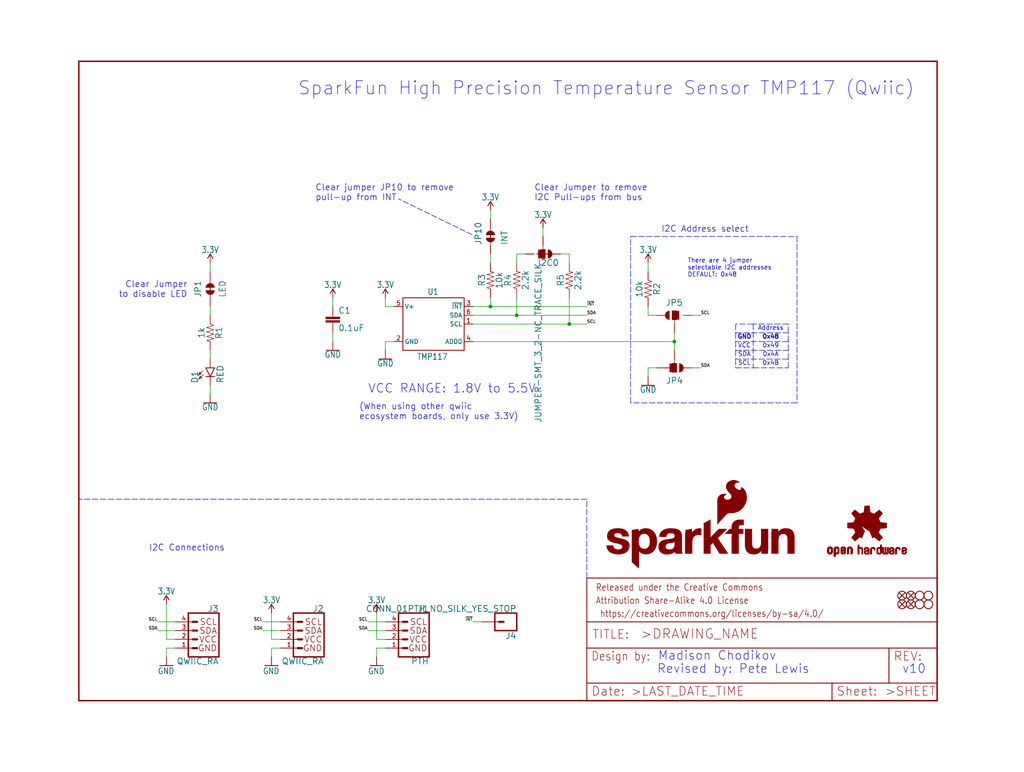
<source format=kicad_sch>
(kicad_sch (version 20211123) (generator eeschema)
  (paper "User" 297.002 223.926)
  (lib_symbols
    (symbol "eagleSchem-eagle-import:0.1UF-0603-25V-(+80{slash}-20%)"
      (property "Reference" "C" (at 1.524 2.921 0))
      (property "Value" "0.1UF-0603-25V-(+80{slash}-20%)" (at 1.524 -2.159 0))
      (symbol "0.1UF-0603-25V-(+80{slash}-20%)_1_0"
        (pin passive line (at 0 5.08 270) (length 2.54) (name "1") (number "1"))
        (pin passive line (at 0 -2.54 90) (length 2.54) (name "2") (number "2"))
      )
    )
    (symbol "eagleSchem-eagle-import:10KOHM-0603-1{slash}10W-1%"
      (property "Reference" "R" (at 0 1.524 0))
      (property "Value" "10KOHM-0603-1{slash}10W-1%" (at 0 -1.524 0))
      (symbol "10KOHM-0603-1{slash}10W-1%_1_0"
        (pin passive line (at -5.08 0 0) (length 2.54) (name "1") (number "1"))
        (pin passive line (at 5.08 0 180) (length 2.54) (name "2") (number "2"))
      )
    )
    (symbol "eagleSchem-eagle-import:1KOHM-0603-1{slash}10W-1%"
      (property "Reference" "R" (at 0 1.524 0))
      (property "Value" "1KOHM-0603-1{slash}10W-1%" (at 0 -1.524 0))
      (symbol "1KOHM-0603-1{slash}10W-1%_1_0"
        (pin passive line (at -5.08 0 0) (length 2.54) (name "1") (number "1"))
        (pin passive line (at 5.08 0 180) (length 2.54) (name "2") (number "2"))
      )
    )
    (symbol "eagleSchem-eagle-import:2.2KOHM-0603-1{slash}10W-1%"
      (property "Reference" "R" (at 0 1.524 0))
      (property "Value" "2.2KOHM-0603-1{slash}10W-1%" (at 0 -1.524 0))
      (symbol "2.2KOHM-0603-1{slash}10W-1%_1_0"
        (pin passive line (at -5.08 0 0) (length 2.54) (name "1") (number "1"))
        (pin passive line (at 5.08 0 180) (length 2.54) (name "2") (number "2"))
      )
    )
    (symbol "eagleSchem-eagle-import:3.3V" (power)
      (property "Value" "3.3V" (at 0 2.794 0))
      (symbol "3.3V_1_0"
        (pin power_in line (at 0 0 90) (length 2.54) (name "3.3V") (number "1"))
      )
    )
    (symbol "eagleSchem-eagle-import:CONN_01PTH_NO_SILK_YES_STOP"
      (property "Reference" "J" (at -2.54 3.048 0))
      (property "Value" "CONN_01PTH_NO_SILK_YES_STOP" (at -2.54 -4.826 0))
      (symbol "CONN_01PTH_NO_SILK_YES_STOP_1_0"
        (pin passive line (at 7.62 0 180) (length 5.08) (name "1") (number "1"))
      )
    )
    (symbol "eagleSchem-eagle-import:FIDUCIALUFIDUCIAL")
    (symbol "eagleSchem-eagle-import:FRAME-LETTER"
      (symbol "FRAME-LETTER_2_0"
        (text " https://creativecommons.org/licenses/by-sa/4.0/" (at 2.54 24.13 0) (effects (font (size 1.9304 1.6408)) (justify left bottom)))
        (text ">DRAWING_NAME" (at 15.494 17.78 0) (effects (font (size 2.7432 2.7432)) (justify left bottom)))
        (text ">LAST_DATE_TIME" (at 12.7 1.27 0) (effects (font (size 2.54 2.54)) (justify left bottom)))
        (text ">SHEET" (at 86.36 1.27 0) (effects (font (size 2.54 2.54)) (justify left bottom)))
        (text "Attribution Share-Alike 4.0 License" (at 2.54 27.94 0) (effects (font (size 1.9304 1.6408)) (justify left bottom)))
        (text "Date:" (at 1.27 1.27 0) (effects (font (size 2.54 2.54)) (justify left bottom)))
        (text "Design by:" (at 1.27 11.43 0) (effects (font (size 2.54 2.159)) (justify left bottom)))
        (text "Released under the Creative Commons" (at 2.54 31.75 0) (effects (font (size 1.9304 1.6408)) (justify left bottom)))
        (text "REV:" (at 88.9 11.43 0) (effects (font (size 2.54 2.54)) (justify left bottom)))
        (text "Sheet:" (at 72.39 1.27 0) (effects (font (size 2.54 2.54)) (justify left bottom)))
        (text "TITLE:" (at 1.524 17.78 0) (effects (font (size 2.54 2.54)) (justify left bottom)))
      )
    )
    (symbol "eagleSchem-eagle-import:GND" (power)
      (property "Value" "GND" (at -2.54 -2.54 0))
      (symbol "GND_1_0"
        (pin power_in line (at 0 2.54 270) (length 2.54) (name "GND") (number "1"))
      )
    )
    (symbol "eagleSchem-eagle-import:I2C_STANDARD_NO_SILK"
      (property "Reference" "J" (at -5.08 7.874 0))
      (property "Value" "I2C_STANDARD_NO_SILK" (at -5.08 -5.334 0))
      (symbol "I2C_STANDARD_NO_SILK_1_0"
        (text "GND" (at -4.572 -2.54 0) (effects (font (size 1.778 1.778)) (justify left)))
        (text "SCL" (at -4.572 5.08 0) (effects (font (size 1.778 1.778)) (justify left)))
        (text "SDA" (at -4.572 2.54 0) (effects (font (size 1.778 1.778)) (justify left)))
        (text "VCC" (at -4.572 0 0) (effects (font (size 1.778 1.778)) (justify left)))
        (pin power_in line (at 7.62 -2.54 180) (length 5.08) (name "1") (number "1"))
        (pin power_in line (at 7.62 0 180) (length 5.08) (name "2") (number "2"))
        (pin passive line (at 7.62 2.54 180) (length 5.08) (name "3") (number "3"))
        (pin passive line (at 7.62 5.08 180) (length 5.08) (name "4") (number "4"))
      )
    )
    (symbol "eagleSchem-eagle-import:JUMPER-SMT_2_NC_TRACE_SILK"
      (property "Reference" "JP" (at -2.54 2.54 0))
      (property "Value" "JUMPER-SMT_2_NC_TRACE_SILK" (at -2.54 -2.54 0))
      (symbol "JUMPER-SMT_2_NC_TRACE_SILK_1_0"
        (pin passive line (at -5.08 0 0) (length 2.54) (name "1") (number "1"))
        (pin passive line (at 5.08 0 180) (length 2.54) (name "2") (number "2"))
      )
    )
    (symbol "eagleSchem-eagle-import:JUMPER-SMT_3_1-NC_TRACE_NO-SILK"
      (property "Reference" "JP" (at 2.54 0.381 0))
      (property "Value" "JUMPER-SMT_3_1-NC_TRACE_NO-SILK" (at 2.54 -0.381 0))
      (symbol "JUMPER-SMT_3_1-NC_TRACE_NO-SILK_1_0"
        (pin passive line (at 0 5.08 270) (length 2.54) (name "1") (number "1"))
        (pin passive line (at -5.08 0 0) (length 2.54) (name "2") (number "2"))
        (pin passive line (at 0 -5.08 90) (length 2.54) (name "3") (number "3"))
      )
    )
    (symbol "eagleSchem-eagle-import:JUMPER-SMT_3_2-NC_TRACE_SILK"
      (property "Reference" "JP" (at 2.54 0.381 0))
      (property "Value" "JUMPER-SMT_3_2-NC_TRACE_SILK" (at 2.54 -0.381 0))
      (symbol "JUMPER-SMT_3_2-NC_TRACE_SILK_1_0"
        (pin passive line (at 0 5.08 270) (length 2.54) (name "1") (number "1"))
        (pin passive line (at -5.08 0 0) (length 2.54) (name "2") (number "2"))
        (pin passive line (at 0 -5.08 90) (length 2.54) (name "3") (number "3"))
      )
    )
    (symbol "eagleSchem-eagle-import:JUMPER-SMT_3_NO_NO_SILK"
      (property "Reference" "JP" (at 2.54 0.381 0))
      (property "Value" "JUMPER-SMT_3_NO_NO_SILK" (at 2.54 -0.381 0))
      (symbol "JUMPER-SMT_3_NO_NO_SILK_1_0"
        (pin passive line (at 0 5.08 270) (length 2.54) (name "1") (number "1"))
        (pin passive line (at -5.08 0 0) (length 2.54) (name "2") (number "2"))
        (pin passive line (at 0 -5.08 90) (length 2.54) (name "3") (number "3"))
      )
    )
    (symbol "eagleSchem-eagle-import:LED-RED0603"
      (property "Reference" "D" (at -3.429 -4.572 90))
      (property "Value" "LED-RED0603" (at 1.905 -4.572 90))
      (symbol "LED-RED0603_1_0"
        (pin passive line (at 0 2.54 270) (length 2.54) (name "A") (number "A"))
        (pin passive line (at 0 -5.08 90) (length 2.54) (name "C") (number "C"))
      )
    )
    (symbol "eagleSchem-eagle-import:OSHW-LOGOMINI")
    (symbol "eagleSchem-eagle-import:QWIIC_CONNECTORJS-1MM"
      (property "Reference" "J" (at -5.08 7.874 0))
      (property "Value" "QWIIC_CONNECTORJS-1MM" (at -5.08 -5.334 0))
      (symbol "QWIIC_CONNECTORJS-1MM_1_0"
        (text "GND" (at -4.572 -2.54 0) (effects (font (size 1.778 1.778)) (justify left)))
        (text "SCL" (at -4.572 5.08 0) (effects (font (size 1.778 1.778)) (justify left)))
        (text "SDA" (at -4.572 2.54 0) (effects (font (size 1.778 1.778)) (justify left)))
        (text "VCC" (at -4.572 0 0) (effects (font (size 1.778 1.778)) (justify left)))
        (pin power_in line (at 7.62 -2.54 180) (length 5.08) (name "1") (number "1"))
        (pin power_in line (at 7.62 0 180) (length 5.08) (name "2") (number "2"))
        (pin passive line (at 7.62 2.54 180) (length 5.08) (name "3") (number "3"))
        (pin passive line (at 7.62 5.08 180) (length 5.08) (name "4") (number "4"))
      )
    )
    (symbol "eagleSchem-eagle-import:SFE_LOGO_NAME_FLAME.1_INCH")
    (symbol "eagleSchem-eagle-import:STAND-OFF")
    (symbol "eagleSchem-eagle-import:TMP117"
      (property "Reference" "U" (at -7.62 8.128 0))
      (property "Value" "TMP117" (at -7.62 -10.16 0))
      (symbol "TMP117_1_0"
        (pin bidirectional line (at 12.7 0 180) (length 2.54) (name "SCL") (number "1"))
        (pin bidirectional line (at -10.16 -5.08 0) (length 2.54) (name "GND") (number "2"))
        (pin bidirectional line (at 12.7 5.08 180) (length 2.54) (name "~{INT}") (number "3"))
        (pin bidirectional line (at 12.7 -5.08 180) (length 2.54) (name "ADD0") (number "4"))
        (pin power_in line (at -10.16 5.08 0) (length 2.54) (name "V+") (number "5"))
        (pin bidirectional line (at 12.7 2.54 180) (length 2.54) (name "SDA") (number "6"))
      )
    )
  )
  (junction (at 195.58 99.06))
  (junction (at 149.86 91.44))
  (junction (at 142.24 88.9))
  (junction (at 165.1 93.98))
  (wire (pts (xy 149.86 91.44) (xy 149.86 86.36)))
  (wire (pts (xy 109.22 187.96) (xy 111.76 187.96)))
  (polyline (pts (xy 213.36 101.6) (xy 228.6 101.6)))
  (wire (pts (xy 48.26 190.5) (xy 48.26 187.96)))
  (polyline (pts (xy 228.6 104.14) (xy 213.36 104.14)))
  (wire (pts (xy 60.96 101.6) (xy 60.96 104.14)))
  (wire (pts (xy 190.5 106.68) (xy 187.96 106.68)))
  (wire (pts (xy 109.22 185.42) (xy 111.76 185.42)))
  (wire (pts (xy 149.86 91.44) (xy 137.16 91.44)))
  (polyline (pts (xy 218.44 93.98) (xy 213.36 93.98)))
  (polyline (pts (xy 228.6 99.06) (xy 228.6 96.52)))
  (polyline (pts (xy 213.36 96.52) (xy 213.36 99.06)))
  (wire (pts (xy 76.2 182.88) (xy 81.28 182.88)))
  (wire (pts (xy 109.22 190.5) (xy 109.22 187.96)))
  (polyline (pts (xy 231.14 116.84) (xy 182.88 116.84)))
  (wire (pts (xy 48.26 185.42) (xy 50.8 185.42)))
  (polyline (pts (xy 170.18 167.64) (xy 170.18 144.78)))
  (wire (pts (xy 45.72 180.34) (xy 50.8 180.34)))
  (wire (pts (xy 111.76 180.34) (xy 106.68 180.34)))
  (wire (pts (xy 195.58 99.06) (xy 195.58 101.6)))
  (polyline (pts (xy 228.6 101.6) (xy 228.6 99.06)))
  (wire (pts (xy 190.5 91.44) (xy 187.96 91.44)))
  (wire (pts (xy 48.26 187.96) (xy 50.8 187.96)))
  (wire (pts (xy 96.52 88.9) (xy 96.52 86.36)))
  (wire (pts (xy 78.74 190.5) (xy 78.74 187.96)))
  (wire (pts (xy 162.56 73.66) (xy 165.1 73.66)))
  (polyline (pts (xy 213.36 106.68) (xy 218.44 106.68)))
  (wire (pts (xy 165.1 93.98) (xy 165.1 86.36)))
  (polyline (pts (xy 231.14 68.58) (xy 231.14 116.84)))
  (polyline (pts (xy 228.6 96.52) (xy 228.6 93.98)))
  (wire (pts (xy 50.8 182.88) (xy 45.72 182.88)))
  (wire (pts (xy 149.86 76.2) (xy 149.86 73.66)))
  (wire (pts (xy 111.76 86.36) (xy 111.76 88.9)))
  (wire (pts (xy 106.68 182.88) (xy 111.76 182.88)))
  (wire (pts (xy 200.66 91.44) (xy 203.2 91.44)))
  (polyline (pts (xy 213.36 104.14) (xy 213.36 106.68)))
  (polyline (pts (xy 228.6 93.98) (xy 218.44 93.98)))
  (wire (pts (xy 137.16 88.9) (xy 142.24 88.9)))
  (wire (pts (xy 111.76 88.9) (xy 114.3 88.9)))
  (wire (pts (xy 149.86 73.66) (xy 152.4 73.66)))
  (wire (pts (xy 48.26 175.26) (xy 48.26 185.42)))
  (wire (pts (xy 142.24 60.96) (xy 142.24 63.5)))
  (wire (pts (xy 60.96 111.76) (xy 60.96 114.3)))
  (wire (pts (xy 165.1 93.98) (xy 137.16 93.98)))
  (polyline (pts (xy 228.6 106.68) (xy 228.6 104.14)))
  (wire (pts (xy 76.2 180.34) (xy 81.28 180.34)))
  (wire (pts (xy 78.74 187.96) (xy 81.28 187.96)))
  (wire (pts (xy 96.52 96.52) (xy 96.52 99.06)))
  (wire (pts (xy 187.96 91.44) (xy 187.96 88.9)))
  (polyline (pts (xy 213.36 93.98) (xy 213.36 96.52)))
  (wire (pts (xy 109.22 177.8) (xy 109.22 185.42)))
  (wire (pts (xy 170.18 93.98) (xy 165.1 93.98)))
  (wire (pts (xy 111.76 99.06) (xy 114.3 99.06)))
  (wire (pts (xy 60.96 76.2) (xy 60.96 78.74)))
  (wire (pts (xy 187.96 76.2) (xy 187.96 78.74)))
  (wire (pts (xy 142.24 88.9) (xy 170.18 88.9)))
  (polyline (pts (xy 136.906 68.072) (xy 115.57 57.658)))
  (polyline (pts (xy 213.36 99.06) (xy 213.36 101.6)))
  (wire (pts (xy 142.24 86.36) (xy 142.24 88.9)))
  (wire (pts (xy 78.74 177.8) (xy 78.74 185.42)))
  (polyline (pts (xy 182.88 68.58) (xy 231.14 68.58)))
  (polyline (pts (xy 182.88 116.84) (xy 182.88 68.58)))
  (polyline (pts (xy 218.44 93.98) (xy 218.44 106.68)))
  (wire (pts (xy 165.1 76.2) (xy 165.1 73.66)))
  (wire (pts (xy 111.76 101.6) (xy 111.76 99.06)))
  (polyline (pts (xy 213.36 101.6) (xy 213.36 104.14)))
  (polyline (pts (xy 228.6 104.14) (xy 228.6 101.6)))
  (wire (pts (xy 78.74 185.42) (xy 81.28 185.42)))
  (wire (pts (xy 142.24 73.66) (xy 142.24 76.2)))
  (wire (pts (xy 200.66 106.68) (xy 203.2 106.68)))
  (wire (pts (xy 157.48 68.58) (xy 157.48 66.04)))
  (wire (pts (xy 187.96 106.68) (xy 187.96 109.22)))
  (polyline (pts (xy 218.44 106.68) (xy 228.6 106.68)))
  (polyline (pts (xy 170.18 144.78) (xy 22.86 144.78)))
  (polyline (pts (xy 213.36 96.52) (xy 228.6 96.52)))
  (polyline (pts (xy 228.6 99.06) (xy 213.36 99.06)))
  (wire (pts (xy 195.58 96.52) (xy 195.58 99.06)))
  (wire (pts (xy 170.18 91.44) (xy 149.86 91.44)))
  (wire (pts (xy 139.7 180.34) (xy 137.16 180.34)))
  (wire (pts (xy 137.16 99.06) (xy 195.58 99.06)))
  (wire (pts (xy 60.96 88.9) (xy 60.96 91.44)))
  (text "SDA" (at 215.9 102.87 180) (effects (font (size 1.27 1.27))))
  (text "VCC" (at 215.9 100.33 180) (effects (font (size 1.27 1.27))))
  (text "GND" (at 215.9 97.79 180) (effects (font (size 1.27 1.27) (thickness 0.254) bold)))
  (text "SparkFun High Precision Temperature Sensor TMP117 (Qwiic)" (at 86.36 27.94 0) (effects (font (size 3.81 3.81)) (justify left bottom)))
  (text "Clear Jumper to remove\nI2C Pull-ups from bus" (at 154.94 58.42 180) (effects (font (size 1.778 1.778)) (justify left bottom)))
  (text "0x4B" (at 223.52 105.41 180) (effects (font (size 1.27 1.27))))
  (text "There are 4 jumper\nselectable I2C addresses\nDEFAULT: 0x48" (at 199.39 80.518 0) (effects (font (size 1.27 1.27)) (justify left bottom)))
  (text "Revised by: Pete Lewis" (at 190.5 195.58 180) (effects (font (size 2.54 2.54)) (justify left bottom)))
  (text "0x4A" (at 223.52 102.87 180) (effects (font (size 1.27 1.27))))
  (text "I2C Address select" (at 191.77 67.564 180) (effects (font (size 1.778 1.778)) (justify left bottom)))
  (text "VCC RANGE: 1.8V to 5.5V" (at 106.68 114.3 180) (effects (font (size 2.54 2.54)) (justify left bottom)))
  (text "I2C Connections" (at 43.18 160.02 180) (effects (font (size 1.778 1.778)) (justify left bottom)))
  (text "v10" (at 261.62 195.58 180) (effects (font (size 2.54 2.54)) (justify left bottom)))
  (text "Address" (at 223.52 95.25 180) (effects (font (size 1.27 1.27))))
  (text "Clear jumper JP10 to remove\npull-up from INT" (at 91.44 58.42 180) (effects (font (size 1.778 1.778)) (justify left bottom)))
  (text "Madison Chodikov" (at 190.754 191.77 180) (effects (font (size 2.54 2.54)) (justify left bottom)))
  (text "SCL" (at 215.9 105.41 180) (effects (font (size 1.27 1.27))))
  (text "(When using other qwiic\necosystem boards, only use 3.3V)" (at 104.14 121.92 0) (effects (font (size 1.778 1.778)) (justify left bottom)))
  (text "Clear Jumper\nto disable LED" (at 54.356 81.534 180) (effects (font (size 1.778 1.778)) (justify right top)))
  (text "0x49" (at 223.52 100.33 180) (effects (font (size 1.27 1.27))))
  (text "0x48" (at 223.52 97.79 180) (effects (font (size 1.27 1.27) (thickness 0.254) bold)))
  (label "SDA" (at 203.2 106.68 0) (effects (font (size 0.889 0.889))))
  (label "SDA" (at 170.18 91.44 0) (effects (font (size 0.889 0.889))))
  (label "SCL" (at 45.72 180.34 180) (effects (font (size 0.889 0.889))))
  (label "SDA" (at 45.72 182.88 180) (effects (font (size 0.889 0.889))))
  (label "SDA" (at 76.2 182.88 180) (effects (font (size 0.889 0.889))))
  (label "SCL" (at 106.68 180.34 180) (effects (font (size 0.889 0.889))))
  (label "~{INT}" (at 137.16 180.34 180) (effects (font (size 0.889 0.889))))
  (label "~{INT}" (at 170.18 88.9 0) (effects (font (size 0.889 0.889))))
  (label "SCL" (at 203.2 91.44 0) (effects (font (size 0.889 0.889))))
  (label "SCL" (at 170.18 93.98 0) (effects (font (size 0.889 0.889))))
  (label "SDA" (at 106.68 182.88 180) (effects (font (size 0.889 0.889))))
  (label "SCL" (at 76.2 180.34 180) (effects (font (size 0.889 0.889))))
  (symbol (lib_id "eagleSchem-eagle-import:LED-RED0603") (at 60.96 106.68 0) (unit 1)
    (property "Reference" "D1" (at 57.531 111.252 90) (effects (font (size 1.778 1.778)) (justify left bottom)))
    (property "Value" "RED" (at 62.865 111.252 90) (effects (font (size 1.778 1.778)) (justify left top)))
    (property "Footprint" "eagleSchem:LED-0603" (effects hide))
  )
  (symbol (lib_id "eagleSchem-eagle-import:3.3V") (at 187.96 76.2 0) (unit 1)
    (property "Reference" "#SUPPLY10" (effects hide))
    (property "Value" "3.3V" (at 187.96 73.406 0) (effects (font (size 1.778 1.5113)) (justify bottom)))
    (property "Footprint" "eagleSchem:" (effects hide))
  )
  (symbol (lib_id "eagleSchem-eagle-import:FRAME-LETTER") (at 22.86 203.2 0) (unit 1)
    (property "Reference" "FRAME1" (effects hide))
    (property "Value" "FRAME-LETTER" (effects hide))
    (property "Footprint" "eagleSchem:CREATIVE_COMMONS" (effects hide))
  )
  (symbol (lib_id "eagleSchem-eagle-import:STAND-OFF") (at 269.24 175.26 0) (unit 1)
    (property "Reference" "JP9" (effects hide))
    (property "Value" "STAND-OFF" (effects hide))
    (property "Footprint" "eagleSchem:STAND-OFF" (effects hide))
  )
  (symbol (lib_id "eagleSchem-eagle-import:STAND-OFF") (at 269.24 172.72 0) (unit 1)
    (property "Reference" "JP8" (effects hide))
    (property "Value" "STAND-OFF" (effects hide))
    (property "Footprint" "eagleSchem:STAND-OFF" (effects hide))
  )
  (symbol (lib_id "eagleSchem-eagle-import:TMP117") (at 124.46 93.98 0) (unit 1)
    (property "Reference" "U1" (at 123.952 85.598 0) (effects (font (size 1.778 1.5113)) (justify left bottom)))
    (property "Value" "TMP117" (at 120.904 104.394 0) (effects (font (size 1.778 1.5113)) (justify left bottom)))
    (property "Footprint" "eagleSchem:TMP117" (effects hide))
  )
  (symbol (lib_id "eagleSchem-eagle-import:3.3V") (at 78.74 177.8 0) (unit 1)
    (property "Reference" "#SUPPLY7" (effects hide))
    (property "Value" "3.3V" (at 78.74 175.006 0) (effects (font (size 1.778 1.5113)) (justify bottom)))
    (property "Footprint" "eagleSchem:" (effects hide))
  )
  (symbol (lib_id "eagleSchem-eagle-import:STAND-OFF") (at 266.7 172.72 0) (unit 1)
    (property "Reference" "JP2" (effects hide))
    (property "Value" "STAND-OFF" (effects hide))
    (property "Footprint" "eagleSchem:STAND-OFF" (effects hide))
  )
  (symbol (lib_id "eagleSchem-eagle-import:3.3V") (at 60.96 76.2 0) (unit 1)
    (property "Reference" "#SUPPLY1" (effects hide))
    (property "Value" "3.3V" (at 60.96 73.406 0) (effects (font (size 1.778 1.5113)) (justify bottom)))
    (property "Footprint" "eagleSchem:" (effects hide))
  )
  (symbol (lib_id "eagleSchem-eagle-import:QWIIC_CONNECTORJS-1MM") (at 88.9 185.42 0) (mirror y) (unit 1)
    (property "Reference" "J2" (at 93.98 177.546 0) (effects (font (size 1.778 1.778)) (justify left bottom)))
    (property "Value" "QWIIC_RA" (at 93.98 190.754 0) (effects (font (size 1.778 1.778)) (justify left top)))
    (property "Footprint" "eagleSchem:JST04_1MM_RA" (effects hide))
  )
  (symbol (lib_id "eagleSchem-eagle-import:GND") (at 60.96 116.84 0) (unit 1)
    (property "Reference" "#GND1" (effects hide))
    (property "Value" "GND" (at 60.96 117.094 0) (effects (font (size 1.778 1.5113)) (justify top)))
    (property "Footprint" "eagleSchem:" (effects hide))
  )
  (symbol (lib_id "eagleSchem-eagle-import:3.3V") (at 157.48 66.04 0) (unit 1)
    (property "Reference" "#SUPPLY9" (effects hide))
    (property "Value" "3.3V" (at 157.48 63.246 0) (effects (font (size 1.778 1.5113)) (justify bottom)))
    (property "Footprint" "eagleSchem:" (effects hide))
  )
  (symbol (lib_id "eagleSchem-eagle-import:GND") (at 109.22 193.04 0) (unit 1)
    (property "Reference" "#GND5" (effects hide))
    (property "Value" "GND" (at 106.68 195.58 0) (effects (font (size 1.778 1.5113)) (justify left bottom)))
    (property "Footprint" "eagleSchem:" (effects hide))
  )
  (symbol (lib_id "eagleSchem-eagle-import:I2C_STANDARD_NO_SILK") (at 119.38 185.42 0) (mirror y) (unit 1)
    (property "Reference" "J1" (at 124.46 177.546 0) (effects (font (size 1.778 1.778)) (justify left bottom)))
    (property "Value" "PTH" (at 124.46 190.754 0) (effects (font (size 1.778 1.778)) (justify left top)))
    (property "Footprint" "eagleSchem:1X04_NO_SILK" (effects hide))
  )
  (symbol (lib_id "eagleSchem-eagle-import:QWIIC_CONNECTORJS-1MM") (at 58.42 185.42 0) (mirror y) (unit 1)
    (property "Reference" "J3" (at 63.5 177.546 0) (effects (font (size 1.778 1.778)) (justify left bottom)))
    (property "Value" "QWIIC_RA" (at 63.5 190.754 0) (effects (font (size 1.778 1.778)) (justify left top)))
    (property "Footprint" "eagleSchem:JST04_1MM_RA" (effects hide))
  )
  (symbol (lib_id "eagleSchem-eagle-import:3.3V") (at 111.76 86.36 0) (unit 1)
    (property "Reference" "#SUPPLY6" (effects hide))
    (property "Value" "3.3V" (at 111.76 83.566 0) (effects (font (size 1.778 1.5113)) (justify bottom)))
    (property "Footprint" "eagleSchem:" (effects hide))
  )
  (symbol (lib_id "eagleSchem-eagle-import:STAND-OFF") (at 266.7 175.26 0) (unit 1)
    (property "Reference" "JP3" (effects hide))
    (property "Value" "STAND-OFF" (effects hide))
    (property "Footprint" "eagleSchem:STAND-OFF" (effects hide))
  )
  (symbol (lib_id "eagleSchem-eagle-import:1KOHM-0603-1{slash}10W-1%") (at 60.96 96.52 270) (unit 1)
    (property "Reference" "R1" (at 62.484 96.52 0) (effects (font (size 1.778 1.778)) (justify bottom)))
    (property "Value" "1k" (at 59.436 96.52 0) (effects (font (size 1.778 1.778)) (justify top)))
    (property "Footprint" "eagleSchem:0603" (effects hide))
  )
  (symbol (lib_id "eagleSchem-eagle-import:10KOHM-0603-1{slash}10W-1%") (at 187.96 83.82 270) (unit 1)
    (property "Reference" "R2" (at 189.484 83.82 0) (effects (font (size 1.778 1.778)) (justify bottom)))
    (property "Value" "10k" (at 186.436 83.82 0) (effects (font (size 1.778 1.778)) (justify top)))
    (property "Footprint" "eagleSchem:0603" (effects hide))
  )
  (symbol (lib_id "eagleSchem-eagle-import:10KOHM-0603-1{slash}10W-1%") (at 142.24 81.28 90) (unit 1)
    (property "Reference" "R3" (at 140.716 81.28 0) (effects (font (size 1.778 1.778)) (justify bottom)))
    (property "Value" "10k" (at 143.764 81.28 0) (effects (font (size 1.778 1.778)) (justify top)))
    (property "Footprint" "eagleSchem:0603" (effects hide))
  )
  (symbol (lib_id "eagleSchem-eagle-import:JUMPER-SMT_2_NC_TRACE_SILK") (at 60.96 83.82 90) (unit 1)
    (property "Reference" "JP1" (at 58.42 86.36 0) (effects (font (size 1.778 1.778)) (justify left bottom)))
    (property "Value" "LED" (at 63.5 86.36 0) (effects (font (size 1.778 1.778)) (justify left top)))
    (property "Footprint" "eagleSchem:SMT-JUMPER_2_NC_TRACE_SILK" (effects hide))
  )
  (symbol (lib_id "eagleSchem-eagle-import:FIDUCIALUFIDUCIAL") (at 261.62 172.72 0) (unit 1)
    (property "Reference" "FD1" (effects hide))
    (property "Value" "FIDUCIALUFIDUCIAL" (effects hide))
    (property "Footprint" "eagleSchem:FIDUCIAL-MICRO" (effects hide))
  )
  (symbol (lib_id "eagleSchem-eagle-import:0.1UF-0603-25V-(+80{slash}-20%)") (at 96.52 93.98 0) (unit 1)
    (property "Reference" "C1" (at 98.044 91.059 0) (effects (font (size 1.778 1.778)) (justify left bottom)))
    (property "Value" "0.1uF" (at 98.044 96.139 0) (effects (font (size 1.778 1.778)) (justify left bottom)))
    (property "Footprint" "eagleSchem:0603" (effects hide))
  )
  (symbol (lib_id "eagleSchem-eagle-import:JUMPER-SMT_3_2-NC_TRACE_SILK") (at 157.48 73.66 270) (unit 1)
    (property "Reference" "I2C0" (at 155.829 77.216 90) (effects (font (size 1.778 1.778)) (justify left bottom)))
    (property "Value" "JUMPER-SMT_3_2-NC_TRACE_SILK" (at 157.099 76.2 0) (effects (font (size 1.778 1.778)) (justify left top)))
    (property "Footprint" "eagleSchem:SMT-JUMPER_3_2-NC_TRACE_SILK" (effects hide))
  )
  (symbol (lib_id "eagleSchem-eagle-import:2.2KOHM-0603-1{slash}10W-1%") (at 149.86 81.28 90) (unit 1)
    (property "Reference" "R4" (at 148.336 81.28 0) (effects (font (size 1.778 1.778)) (justify bottom)))
    (property "Value" "2.2k" (at 151.384 81.28 0) (effects (font (size 1.778 1.778)) (justify top)))
    (property "Footprint" "eagleSchem:0603" (effects hide))
  )
  (symbol (lib_id "eagleSchem-eagle-import:SFE_LOGO_NAME_FLAME.1_INCH") (at 175.26 165.1 0) (unit 1)
    (property "Reference" "LOGO4" (effects hide))
    (property "Value" "SFE_LOGO_NAME_FLAME.1_INCH" (effects hide))
    (property "Footprint" "eagleSchem:SFE_LOGO_NAME_FLAME_.1" (effects hide))
  )
  (symbol (lib_id "eagleSchem-eagle-import:2.2KOHM-0603-1{slash}10W-1%") (at 165.1 81.28 90) (unit 1)
    (property "Reference" "R5" (at 163.576 81.28 0) (effects (font (size 1.778 1.778)) (justify bottom)))
    (property "Value" "2.2k" (at 166.624 81.28 0) (effects (font (size 1.778 1.778)) (justify top)))
    (property "Footprint" "eagleSchem:0603" (effects hide))
  )
  (symbol (lib_id "eagleSchem-eagle-import:CONN_01PTH_NO_SILK_YES_STOP") (at 147.32 180.34 180) (unit 1)
    (property "Reference" "J4" (at 149.86 183.388 0) (effects (font (size 1.778 1.778)) (justify left bottom)))
    (property "Value" "CONN_01PTH_NO_SILK_YES_STOP" (at 149.86 175.514 0) (effects (font (size 1.778 1.778)) (justify left bottom)))
    (property "Footprint" "eagleSchem:1X01_NO_SILK" (effects hide))
  )
  (symbol (lib_id "eagleSchem-eagle-import:FIDUCIALUFIDUCIAL") (at 261.62 175.26 0) (unit 1)
    (property "Reference" "FD3" (effects hide))
    (property "Value" "FIDUCIALUFIDUCIAL" (effects hide))
    (property "Footprint" "eagleSchem:FIDUCIAL-MICRO" (effects hide))
  )
  (symbol (lib_id "eagleSchem-eagle-import:GND") (at 96.52 101.6 0) (unit 1)
    (property "Reference" "#GND4" (effects hide))
    (property "Value" "GND" (at 96.52 101.854 0) (effects (font (size 1.778 1.5113)) (justify top)))
    (property "Footprint" "eagleSchem:" (effects hide))
  )
  (symbol (lib_id "eagleSchem-eagle-import:3.3V") (at 96.52 86.36 0) (unit 1)
    (property "Reference" "#SUPPLY5" (effects hide))
    (property "Value" "3.3V" (at 96.52 83.566 0) (effects (font (size 1.778 1.5113)) (justify bottom)))
    (property "Footprint" "eagleSchem:" (effects hide))
  )
  (symbol (lib_id "eagleSchem-eagle-import:FIDUCIALUFIDUCIAL") (at 264.16 172.72 0) (unit 1)
    (property "Reference" "FD2" (effects hide))
    (property "Value" "FIDUCIALUFIDUCIAL" (effects hide))
    (property "Footprint" "eagleSchem:FIDUCIAL-MICRO" (effects hide))
  )
  (symbol (lib_id "eagleSchem-eagle-import:JUMPER-SMT_3_1-NC_TRACE_NO-SILK") (at 195.58 106.68 270) (unit 1)
    (property "Reference" "JP4" (at 193.04 111.379 90) (effects (font (size 1.778 1.778)) (justify left bottom)))
    (property "Value" "JUMPER-SMT_3_1-NC_TRACE_NO-SILK" (effects hide))
    (property "Footprint" "eagleSchem:SMT-JUMPER_3_1-NC_TRACE_NO-SILK" (effects hide))
  )
  (symbol (lib_id "eagleSchem-eagle-import:OSHW-LOGOMINI") (at 251.46 152.4 0) (unit 1)
    (property "Reference" "LOGO1" (effects hide))
    (property "Value" "OSHW-LOGOMINI" (effects hide))
    (property "Footprint" "eagleSchem:OSHW-LOGO-MINI" (effects hide))
  )
  (symbol (lib_id "eagleSchem-eagle-import:GND") (at 111.76 104.14 0) (unit 1)
    (property "Reference" "#GND2" (effects hide))
    (property "Value" "GND" (at 111.76 104.394 0) (effects (font (size 1.778 1.5113)) (justify top)))
    (property "Footprint" "eagleSchem:" (effects hide))
  )
  (symbol (lib_id "eagleSchem-eagle-import:GND") (at 48.26 193.04 0) (unit 1)
    (property "Reference" "#GND6" (effects hide))
    (property "Value" "GND" (at 45.72 195.58 0) (effects (font (size 1.778 1.5113)) (justify left bottom)))
    (property "Footprint" "eagleSchem:" (effects hide))
  )
  (symbol (lib_id "eagleSchem-eagle-import:3.3V") (at 109.22 177.8 0) (unit 1)
    (property "Reference" "#SUPPLY3" (effects hide))
    (property "Value" "3.3V" (at 109.22 175.006 0) (effects (font (size 1.778 1.5113)) (justify bottom)))
    (property "Footprint" "eagleSchem:" (effects hide))
  )
  (symbol (lib_id "eagleSchem-eagle-import:FIDUCIALUFIDUCIAL") (at 264.16 175.26 0) (unit 1)
    (property "Reference" "FD4" (effects hide))
    (property "Value" "FIDUCIALUFIDUCIAL" (effects hide))
    (property "Footprint" "eagleSchem:FIDUCIAL-MICRO" (effects hide))
  )
  (symbol (lib_id "eagleSchem-eagle-import:JUMPER-SMT_2_NC_TRACE_SILK") (at 142.24 68.58 90) (unit 1)
    (property "Reference" "JP10" (at 139.7 71.12 0) (effects (font (size 1.778 1.778)) (justify left bottom)))
    (property "Value" "INT" (at 147.32 71.12 0) (effects (font (size 1.778 1.778)) (justify left bottom)))
    (property "Footprint" "eagleSchem:SMT-JUMPER_2_NC_TRACE_SILK" (effects hide))
  )
  (symbol (lib_id "eagleSchem-eagle-import:JUMPER-SMT_3_NO_NO_SILK") (at 195.58 91.44 90) (unit 1)
    (property "Reference" "JP5" (at 198.12 86.741 90) (effects (font (size 1.778 1.778)) (justify left bottom)))
    (property "Value" "JUMPER-SMT_3_NO_NO_SILK" (effects hide))
    (property "Footprint" "eagleSchem:SMT-JUMPER_3_0-NO_TRACE_NO-SILK" (effects hide))
  )
  (symbol (lib_id "eagleSchem-eagle-import:GND") (at 187.96 111.76 0) (unit 1)
    (property "Reference" "#GND8" (effects hide))
    (property "Value" "GND" (at 187.96 112.014 0) (effects (font (size 1.778 1.5113)) (justify top)))
    (property "Footprint" "eagleSchem:" (effects hide))
  )
  (symbol (lib_id "eagleSchem-eagle-import:GND") (at 78.74 193.04 0) (unit 1)
    (property "Reference" "#GND7" (effects hide))
    (property "Value" "GND" (at 76.2 195.58 0) (effects (font (size 1.778 1.5113)) (justify left bottom)))
    (property "Footprint" "eagleSchem:" (effects hide))
  )
  (symbol (lib_id "eagleSchem-eagle-import:FRAME-LETTER") (at 170.18 203.2 0) (unit 2)
    (property "Reference" "FRAME1" (effects hide))
    (property "Value" "FRAME-LETTER" (effects hide))
    (property "Footprint" "eagleSchem:CREATIVE_COMMONS" (effects hide))
  )
  (symbol (lib_id "eagleSchem-eagle-import:3.3V") (at 142.24 60.96 0) (unit 1)
    (property "Reference" "#SUPPLY8" (effects hide))
    (property "Value" "3.3V" (at 142.24 58.166 0) (effects (font (size 1.778 1.5113)) (justify bottom)))
    (property "Footprint" "eagleSchem:" (effects hide))
  )
  (symbol (lib_id "eagleSchem-eagle-import:3.3V") (at 48.26 175.26 0) (unit 1)
    (property "Reference" "#SUPPLY4" (effects hide))
    (property "Value" "3.3V" (at 48.26 172.466 0) (effects (font (size 1.778 1.5113)) (justify bottom)))
    (property "Footprint" "eagleSchem:" (effects hide))
  )
)
</source>
